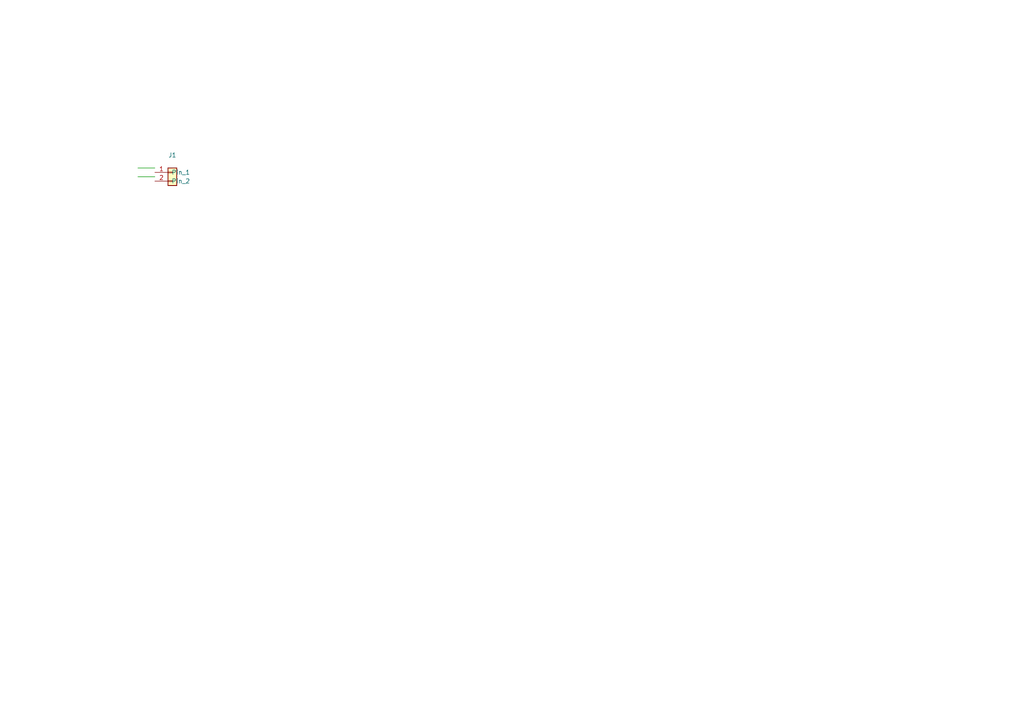
<source format=kicad_sch>
(kicad_sch (version 20211014) (generator kiutils)
  (paper "A4")
  (lib_symbols
    (symbol "Conn_01x02" (pin_names (offset 1.016))
      (property "Reference" "J" (at 0 2.54 0))
      (property "Value" "Conn_01x02" (at 0 -5.08 0))
      (property "Datasheet" "~" (at 0 0 0))
      (property "Description" "Generic connector, single row, 01x02, script generated (kicad-library-utils/schlib/autogen/connector/)" (at 0 0 0))
      (property "ki_keywords" "connector" (at 0 0 0))
      (property "ki_fp_filters" "Connector*:*_1x??_*" (at 0 0 0))
      (symbol "Conn_01x02_1_1"
        (rectangle (start -1.27 1.27) (end 1.27 -3.81) (stroke (width 0.254)) (fill (type background)))
        (rectangle (start -1.27 0.127) (end 0 -0.127) (stroke (width 0.1524)))
        (rectangle (start -1.27 -2.413) (end 0 -2.667) (stroke (width 0.1524)))
        (pin passive line (at -5.08 0 0) (length 3.81) (name "Pin_1") (number "1"))
        (pin passive line (at -5.08 -2.54 0) (length 3.81) (name "Pin_2") (number "2"))
      )
    )
  )
  (wire (pts (xy 44.92 51.27) (xy 40 51.27)) (stroke (width 0.0)))
  (wire (pts (xy 44.92 48.73) (xy 40 48.73)) (stroke (width 0.0)))
  (symbol (lib_id "Conn_01x02") (at 50 50 0) (unit 1)
    (property "Reference" "J1" (at 50 45 0))
    (property "Value" "Test" (effects hide))
  )
)
</source>
